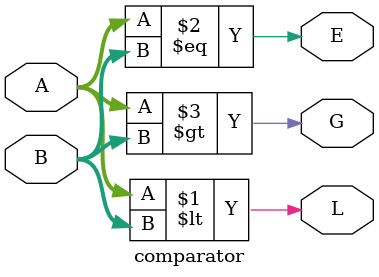
<source format=sv>


module comparator(L,E,G,A,B);
  input [3:0] A, B;
  output L, E, G;
  
  assign L = A<B;
  assign E = A==B;
  assign G = A>B;
endmodule
</source>
